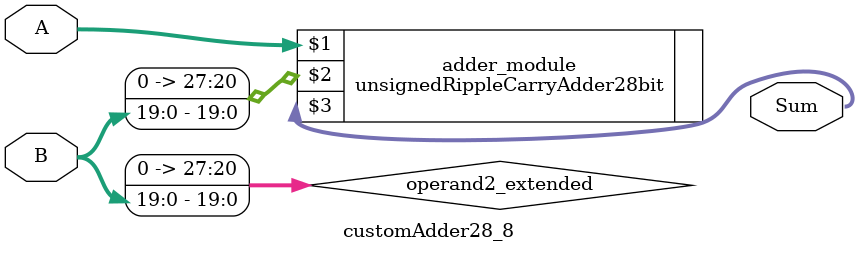
<source format=v>

module customAdder28_8(
                    input [27 : 0] A,
                    input [19 : 0] B,
                    
                    output [28 : 0] Sum
            );

    wire [27 : 0] operand2_extended;
    
    assign operand2_extended =  {8'b0, B};
    
    unsignedRippleCarryAdder28bit adder_module(
        A,
        operand2_extended,
        Sum
    );
    
endmodule
        
</source>
